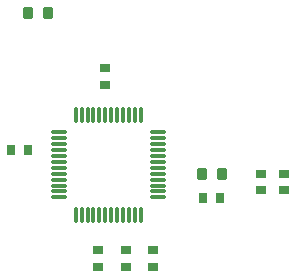
<source format=gtp>
G04*
G04 #@! TF.GenerationSoftware,Altium Limited,Altium Designer,18.1.7 (191)*
G04*
G04 Layer_Color=8421504*
%FSLAX25Y25*%
%MOIN*%
G70*
G01*
G75*
%ADD17O,0.01378X0.05512*%
%ADD18O,0.05512X0.01378*%
G04:AMPARAMS|DCode=19|XSize=39.37mil|YSize=35.43mil|CornerRadius=4.43mil|HoleSize=0mil|Usage=FLASHONLY|Rotation=270.000|XOffset=0mil|YOffset=0mil|HoleType=Round|Shape=RoundedRectangle|*
%AMROUNDEDRECTD19*
21,1,0.03937,0.02657,0,0,270.0*
21,1,0.03051,0.03543,0,0,270.0*
1,1,0.00886,-0.01329,-0.01526*
1,1,0.00886,-0.01329,0.01526*
1,1,0.00886,0.01329,0.01526*
1,1,0.00886,0.01329,-0.01526*
%
%ADD19ROUNDEDRECTD19*%
%ADD20R,0.03740X0.02953*%
%ADD21R,0.02953X0.03740*%
D17*
X84673Y164535D02*
D03*
X86642D02*
D03*
X88610D02*
D03*
X90579D02*
D03*
X92547D02*
D03*
X94516D02*
D03*
X96484D02*
D03*
X98453D02*
D03*
X100421D02*
D03*
X102390D02*
D03*
X104358D02*
D03*
X106327D02*
D03*
Y131465D02*
D03*
X104358D02*
D03*
X102390D02*
D03*
X100421D02*
D03*
X98453D02*
D03*
X96484D02*
D03*
X94516D02*
D03*
X92547D02*
D03*
X90579D02*
D03*
X88610D02*
D03*
X86642D02*
D03*
X84673D02*
D03*
D18*
X112035Y158827D02*
D03*
Y156858D02*
D03*
Y154890D02*
D03*
Y152921D02*
D03*
Y150953D02*
D03*
Y148984D02*
D03*
Y147016D02*
D03*
Y145047D02*
D03*
Y143079D02*
D03*
Y141110D02*
D03*
Y139142D02*
D03*
Y137173D02*
D03*
X78965D02*
D03*
Y139142D02*
D03*
Y141110D02*
D03*
Y143079D02*
D03*
Y145047D02*
D03*
Y147016D02*
D03*
Y148984D02*
D03*
Y150953D02*
D03*
Y152921D02*
D03*
Y154890D02*
D03*
Y156858D02*
D03*
Y158827D02*
D03*
D19*
X68654Y198500D02*
D03*
X75346D02*
D03*
X126654Y145047D02*
D03*
X133346D02*
D03*
D20*
X94500Y174744D02*
D03*
Y180256D02*
D03*
X110500Y119500D02*
D03*
Y113988D02*
D03*
X92000Y119500D02*
D03*
Y113988D02*
D03*
X101250Y119500D02*
D03*
Y113988D02*
D03*
X146500Y145047D02*
D03*
Y139535D02*
D03*
X154000Y145047D02*
D03*
Y139535D02*
D03*
D21*
X68756Y152921D02*
D03*
X63244D02*
D03*
X127244Y137000D02*
D03*
X132756D02*
D03*
M02*

</source>
